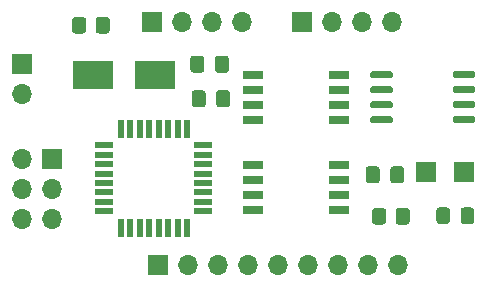
<source format=gts>
%TF.GenerationSoftware,KiCad,Pcbnew,5.1.10-88a1d61d58~88~ubuntu20.04.1*%
%TF.CreationDate,2021-06-25T21:15:04-07:00*%
%TF.ProjectId,BACEE,42414345-452e-46b6-9963-61645f706362,1*%
%TF.SameCoordinates,Original*%
%TF.FileFunction,Soldermask,Top*%
%TF.FilePolarity,Negative*%
%FSLAX46Y46*%
G04 Gerber Fmt 4.6, Leading zero omitted, Abs format (unit mm)*
G04 Created by KiCad (PCBNEW 5.1.10-88a1d61d58~88~ubuntu20.04.1) date 2021-06-25 21:15:04*
%MOMM*%
%LPD*%
G01*
G04 APERTURE LIST*
%ADD10R,1.700000X1.700000*%
%ADD11O,1.700000X1.700000*%
%ADD12R,1.700000X0.650000*%
%ADD13R,0.550000X1.500000*%
%ADD14R,1.500000X0.550000*%
%ADD15R,1.750000X1.800000*%
%ADD16R,3.500000X2.400000*%
G04 APERTURE END LIST*
D10*
%TO.C,BT1-3.3V*%
X68961000Y-100076000D03*
D11*
X68961000Y-102616000D03*
%TD*%
%TO.C,C1*%
G36*
G01*
X83232500Y-100551000D02*
X83232500Y-99601000D01*
G75*
G02*
X83482500Y-99351000I250000J0D01*
G01*
X84157500Y-99351000D01*
G75*
G02*
X84407500Y-99601000I0J-250000D01*
G01*
X84407500Y-100551000D01*
G75*
G02*
X84157500Y-100801000I-250000J0D01*
G01*
X83482500Y-100801000D01*
G75*
G02*
X83232500Y-100551000I0J250000D01*
G01*
G37*
G36*
G01*
X85307500Y-100551000D02*
X85307500Y-99601000D01*
G75*
G02*
X85557500Y-99351000I250000J0D01*
G01*
X86232500Y-99351000D01*
G75*
G02*
X86482500Y-99601000I0J-250000D01*
G01*
X86482500Y-100551000D01*
G75*
G02*
X86232500Y-100801000I-250000J0D01*
G01*
X85557500Y-100801000D01*
G75*
G02*
X85307500Y-100551000I0J250000D01*
G01*
G37*
%TD*%
%TO.C,C2*%
G36*
G01*
X85413000Y-103472000D02*
X85413000Y-102522000D01*
G75*
G02*
X85663000Y-102272000I250000J0D01*
G01*
X86338000Y-102272000D01*
G75*
G02*
X86588000Y-102522000I0J-250000D01*
G01*
X86588000Y-103472000D01*
G75*
G02*
X86338000Y-103722000I-250000J0D01*
G01*
X85663000Y-103722000D01*
G75*
G02*
X85413000Y-103472000I0J250000D01*
G01*
G37*
G36*
G01*
X83338000Y-103472000D02*
X83338000Y-102522000D01*
G75*
G02*
X83588000Y-102272000I250000J0D01*
G01*
X84263000Y-102272000D01*
G75*
G02*
X84513000Y-102522000I0J-250000D01*
G01*
X84513000Y-103472000D01*
G75*
G02*
X84263000Y-103722000I-250000J0D01*
G01*
X83588000Y-103722000D01*
G75*
G02*
X83338000Y-103472000I0J250000D01*
G01*
G37*
%TD*%
%TO.C,C3*%
G36*
G01*
X101320000Y-108965000D02*
X101320000Y-109915000D01*
G75*
G02*
X101070000Y-110165000I-250000J0D01*
G01*
X100395000Y-110165000D01*
G75*
G02*
X100145000Y-109915000I0J250000D01*
G01*
X100145000Y-108965000D01*
G75*
G02*
X100395000Y-108715000I250000J0D01*
G01*
X101070000Y-108715000D01*
G75*
G02*
X101320000Y-108965000I0J-250000D01*
G01*
G37*
G36*
G01*
X99245000Y-108965000D02*
X99245000Y-109915000D01*
G75*
G02*
X98995000Y-110165000I-250000J0D01*
G01*
X98320000Y-110165000D01*
G75*
G02*
X98070000Y-109915000I0J250000D01*
G01*
X98070000Y-108965000D01*
G75*
G02*
X98320000Y-108715000I250000J0D01*
G01*
X98995000Y-108715000D01*
G75*
G02*
X99245000Y-108965000I0J-250000D01*
G01*
G37*
%TD*%
%TO.C,D1*%
G36*
G01*
X104064000Y-113353001D02*
X104064000Y-112452999D01*
G75*
G02*
X104313999Y-112203000I249999J0D01*
G01*
X104964001Y-112203000D01*
G75*
G02*
X105214000Y-112452999I0J-249999D01*
G01*
X105214000Y-113353001D01*
G75*
G02*
X104964001Y-113603000I-249999J0D01*
G01*
X104313999Y-113603000D01*
G75*
G02*
X104064000Y-113353001I0J249999D01*
G01*
G37*
G36*
G01*
X106114000Y-113353001D02*
X106114000Y-112452999D01*
G75*
G02*
X106363999Y-112203000I249999J0D01*
G01*
X107014001Y-112203000D01*
G75*
G02*
X107264000Y-112452999I0J-249999D01*
G01*
X107264000Y-113353001D01*
G75*
G02*
X107014001Y-113603000I-249999J0D01*
G01*
X106363999Y-113603000D01*
G75*
G02*
X106114000Y-113353001I0J249999D01*
G01*
G37*
%TD*%
%TO.C,R1*%
G36*
G01*
X101803000Y-112497999D02*
X101803000Y-113398001D01*
G75*
G02*
X101553001Y-113648000I-249999J0D01*
G01*
X100852999Y-113648000D01*
G75*
G02*
X100603000Y-113398001I0J249999D01*
G01*
X100603000Y-112497999D01*
G75*
G02*
X100852999Y-112248000I249999J0D01*
G01*
X101553001Y-112248000D01*
G75*
G02*
X101803000Y-112497999I0J-249999D01*
G01*
G37*
G36*
G01*
X99803000Y-112497999D02*
X99803000Y-113398001D01*
G75*
G02*
X99553001Y-113648000I-249999J0D01*
G01*
X98852999Y-113648000D01*
G75*
G02*
X98603000Y-113398001I0J249999D01*
G01*
X98603000Y-112497999D01*
G75*
G02*
X98852999Y-112248000I249999J0D01*
G01*
X99553001Y-112248000D01*
G75*
G02*
X99803000Y-112497999I0J-249999D01*
G01*
G37*
%TD*%
%TO.C,R2*%
G36*
G01*
X74403000Y-96323999D02*
X74403000Y-97224001D01*
G75*
G02*
X74153001Y-97474000I-249999J0D01*
G01*
X73452999Y-97474000D01*
G75*
G02*
X73203000Y-97224001I0J249999D01*
G01*
X73203000Y-96323999D01*
G75*
G02*
X73452999Y-96074000I249999J0D01*
G01*
X74153001Y-96074000D01*
G75*
G02*
X74403000Y-96323999I0J-249999D01*
G01*
G37*
G36*
G01*
X76403000Y-96323999D02*
X76403000Y-97224001D01*
G75*
G02*
X76153001Y-97474000I-249999J0D01*
G01*
X75452999Y-97474000D01*
G75*
G02*
X75203000Y-97224001I0J249999D01*
G01*
X75203000Y-96323999D01*
G75*
G02*
X75452999Y-96074000I249999J0D01*
G01*
X76153001Y-96074000D01*
G75*
G02*
X76403000Y-96323999I0J-249999D01*
G01*
G37*
%TD*%
D12*
%TO.C,U1*%
X88552000Y-100965000D03*
X88552000Y-102235000D03*
X88552000Y-103505000D03*
X88552000Y-104775000D03*
X95852000Y-104775000D03*
X95852000Y-103505000D03*
X95852000Y-102235000D03*
X95852000Y-100965000D03*
%TD*%
%TO.C,U2*%
G36*
G01*
X98451000Y-101115000D02*
X98451000Y-100815000D01*
G75*
G02*
X98601000Y-100665000I150000J0D01*
G01*
X100201000Y-100665000D01*
G75*
G02*
X100351000Y-100815000I0J-150000D01*
G01*
X100351000Y-101115000D01*
G75*
G02*
X100201000Y-101265000I-150000J0D01*
G01*
X98601000Y-101265000D01*
G75*
G02*
X98451000Y-101115000I0J150000D01*
G01*
G37*
G36*
G01*
X98451000Y-102385000D02*
X98451000Y-102085000D01*
G75*
G02*
X98601000Y-101935000I150000J0D01*
G01*
X100201000Y-101935000D01*
G75*
G02*
X100351000Y-102085000I0J-150000D01*
G01*
X100351000Y-102385000D01*
G75*
G02*
X100201000Y-102535000I-150000J0D01*
G01*
X98601000Y-102535000D01*
G75*
G02*
X98451000Y-102385000I0J150000D01*
G01*
G37*
G36*
G01*
X98451000Y-103655000D02*
X98451000Y-103355000D01*
G75*
G02*
X98601000Y-103205000I150000J0D01*
G01*
X100201000Y-103205000D01*
G75*
G02*
X100351000Y-103355000I0J-150000D01*
G01*
X100351000Y-103655000D01*
G75*
G02*
X100201000Y-103805000I-150000J0D01*
G01*
X98601000Y-103805000D01*
G75*
G02*
X98451000Y-103655000I0J150000D01*
G01*
G37*
G36*
G01*
X98451000Y-104925000D02*
X98451000Y-104625000D01*
G75*
G02*
X98601000Y-104475000I150000J0D01*
G01*
X100201000Y-104475000D01*
G75*
G02*
X100351000Y-104625000I0J-150000D01*
G01*
X100351000Y-104925000D01*
G75*
G02*
X100201000Y-105075000I-150000J0D01*
G01*
X98601000Y-105075000D01*
G75*
G02*
X98451000Y-104925000I0J150000D01*
G01*
G37*
G36*
G01*
X105451000Y-104925000D02*
X105451000Y-104625000D01*
G75*
G02*
X105601000Y-104475000I150000J0D01*
G01*
X107201000Y-104475000D01*
G75*
G02*
X107351000Y-104625000I0J-150000D01*
G01*
X107351000Y-104925000D01*
G75*
G02*
X107201000Y-105075000I-150000J0D01*
G01*
X105601000Y-105075000D01*
G75*
G02*
X105451000Y-104925000I0J150000D01*
G01*
G37*
G36*
G01*
X105451000Y-103655000D02*
X105451000Y-103355000D01*
G75*
G02*
X105601000Y-103205000I150000J0D01*
G01*
X107201000Y-103205000D01*
G75*
G02*
X107351000Y-103355000I0J-150000D01*
G01*
X107351000Y-103655000D01*
G75*
G02*
X107201000Y-103805000I-150000J0D01*
G01*
X105601000Y-103805000D01*
G75*
G02*
X105451000Y-103655000I0J150000D01*
G01*
G37*
G36*
G01*
X105451000Y-102385000D02*
X105451000Y-102085000D01*
G75*
G02*
X105601000Y-101935000I150000J0D01*
G01*
X107201000Y-101935000D01*
G75*
G02*
X107351000Y-102085000I0J-150000D01*
G01*
X107351000Y-102385000D01*
G75*
G02*
X107201000Y-102535000I-150000J0D01*
G01*
X105601000Y-102535000D01*
G75*
G02*
X105451000Y-102385000I0J150000D01*
G01*
G37*
G36*
G01*
X105451000Y-101115000D02*
X105451000Y-100815000D01*
G75*
G02*
X105601000Y-100665000I150000J0D01*
G01*
X107201000Y-100665000D01*
G75*
G02*
X107351000Y-100815000I0J-150000D01*
G01*
X107351000Y-101115000D01*
G75*
G02*
X107201000Y-101265000I-150000J0D01*
G01*
X105601000Y-101265000D01*
G75*
G02*
X105451000Y-101115000I0J150000D01*
G01*
G37*
%TD*%
%TO.C,U3*%
X95852000Y-108585000D03*
X95852000Y-109855000D03*
X95852000Y-111125000D03*
X95852000Y-112395000D03*
X88552000Y-112395000D03*
X88552000Y-111125000D03*
X88552000Y-109855000D03*
X88552000Y-108585000D03*
%TD*%
D13*
%TO.C,U4*%
X77337000Y-113928000D03*
D14*
X75937000Y-106928000D03*
X75937000Y-107728000D03*
X75937000Y-108528000D03*
X75937000Y-109328000D03*
X75937000Y-110128000D03*
X75937000Y-110928000D03*
X75937000Y-111728000D03*
X75937000Y-112528000D03*
D13*
X78137000Y-113928000D03*
X78937000Y-113928000D03*
X79737000Y-113928000D03*
X80537000Y-113928000D03*
X81337000Y-113928000D03*
X82137000Y-113928000D03*
X82937000Y-113928000D03*
D14*
X84337000Y-112528000D03*
X84337000Y-111728000D03*
X84337000Y-110928000D03*
X84337000Y-110128000D03*
X84337000Y-109328000D03*
X84337000Y-108528000D03*
X84337000Y-107728000D03*
X84337000Y-106928000D03*
D13*
X82937000Y-105528000D03*
X82137000Y-105528000D03*
X81337000Y-105528000D03*
X80537000Y-105528000D03*
X79737000Y-105528000D03*
X78937000Y-105528000D03*
X78137000Y-105528000D03*
X77337000Y-105528000D03*
%TD*%
D15*
%TO.C,Y1*%
X103176000Y-109220000D03*
X106426000Y-109220000D03*
%TD*%
D16*
%TO.C,Y2*%
X74997000Y-100965000D03*
X80197000Y-100965000D03*
%TD*%
D10*
%TO.C,J1*%
X80010000Y-96520000D03*
D11*
X82550000Y-96520000D03*
X85090000Y-96520000D03*
X87630000Y-96520000D03*
%TD*%
D10*
%TO.C,J2*%
X80518000Y-117094000D03*
D11*
X83058000Y-117094000D03*
X85598000Y-117094000D03*
X88138000Y-117094000D03*
X90678000Y-117094000D03*
X93218000Y-117094000D03*
X95758000Y-117094000D03*
X98298000Y-117094000D03*
X100838000Y-117094000D03*
%TD*%
%TO.C,J3*%
X100330000Y-96520000D03*
X97790000Y-96520000D03*
X95250000Y-96520000D03*
D10*
X92710000Y-96520000D03*
%TD*%
%TO.C,J4*%
X71501000Y-108087000D03*
D11*
X68961000Y-108087000D03*
X71501000Y-110627000D03*
X68961000Y-110627000D03*
X71501000Y-113167000D03*
X68961000Y-113167000D03*
%TD*%
M02*

</source>
